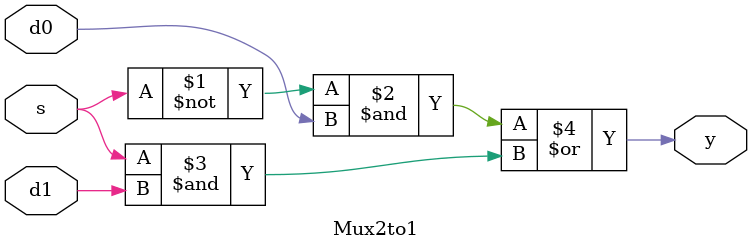
<source format=sv>
`timescale 1ns / 1ps
module Mux2to1(
    input d0, d1, s,
    output y
);
assign y = ((~s)&(d0))|(s&d1); 
endmodule

</source>
